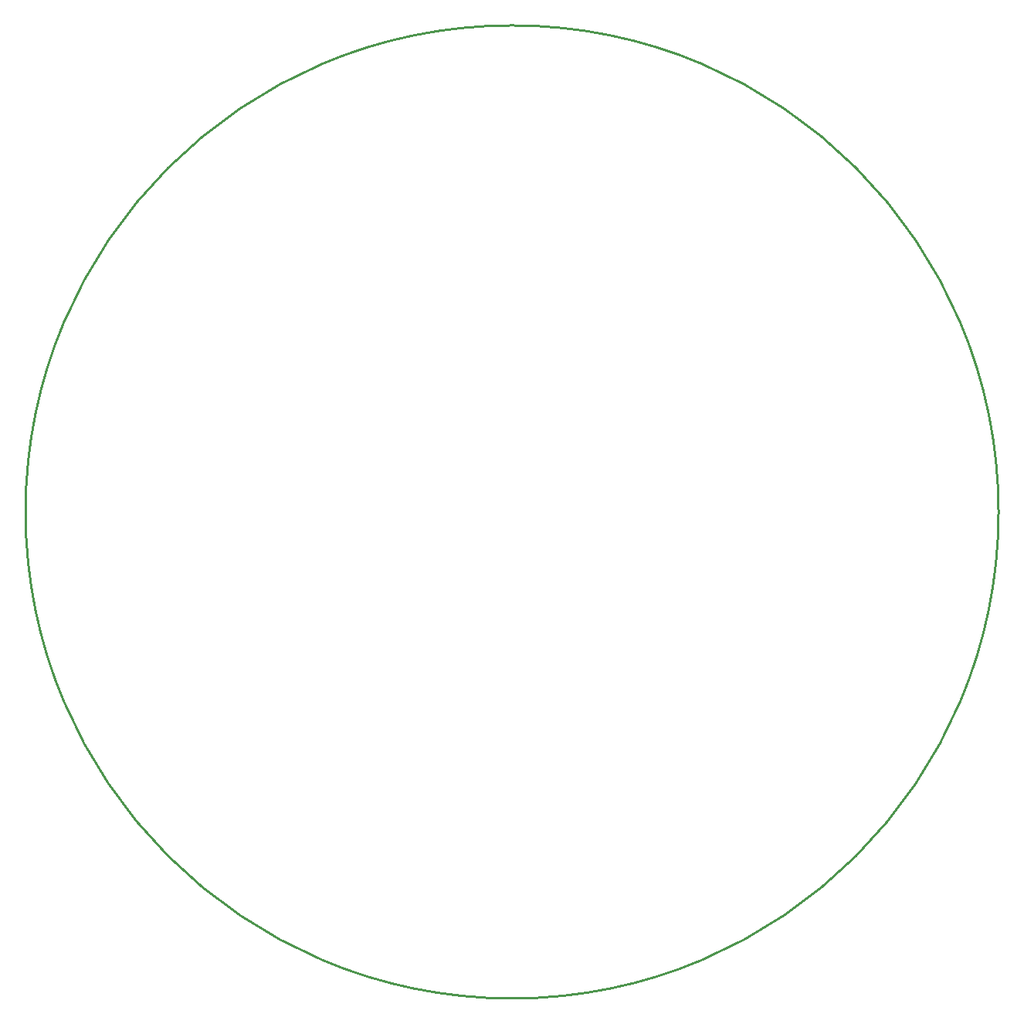
<source format=gko>
G04 Layer: BoardOutlineLayer*
G04 EasyEDA v6.5.40, 2024-06-14 14:15:58*
G04 Gerber Generator version 0.2*
G04 Scale: 100 percent, Rotated: No, Reflected: No *
G04 Dimensions in millimeters *
G04 leading zeros omitted , absolute positions ,4 integer and 5 decimal *
%FSLAX45Y45*%
%MOMM*%

%ADD10C,0.2540*%
D10*
G75*
G01
X10604500Y3213100D02*
G03X10604500Y3213100I-5334000J0D01*

%LPD*%
M02*

</source>
